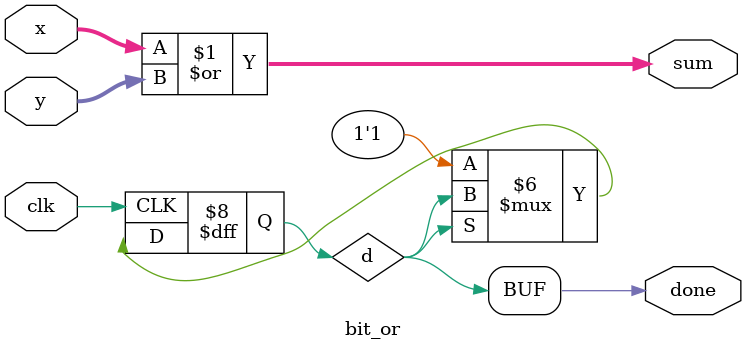
<source format=v>
module bit_or(
 input [7:0]x,
 input [7:0]y,
 input clk,
 output done,
 output [7:0]sum
);
 
reg d=1'b0;
 assign done=d;
 assign sum = x|y;
 always @(posedge clk) begin
  if(~done) begin
   
   d=1'b1;
  end
 end
  
endmodule

</source>
